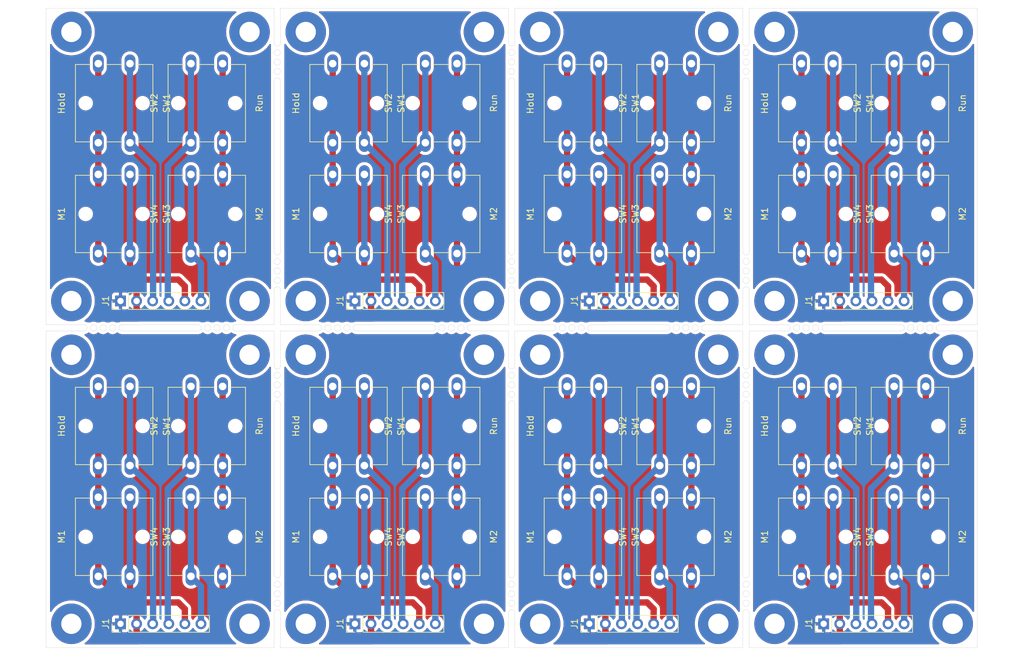
<source format=kicad_pcb>
(kicad_pcb (version 20240108) (generator "pcbnew") (generator_version "8.0")
  (layers (0 "F.Cu" signal) (31 "B.Cu" signal) (34 "B.Paste" user) (35 "F.Paste" user) (36 "B.SilkS" user "B.Silkscreen") (37 "F.SilkS" user "F.Silkscreen") (38 "B.Mask" user) (39 "F.Mask" user) (44 "Edge.Cuts" user))
  (net 0 "")
  (net 1 "+3.3V")
  (net 2 "GND")
  (net 3 "/M2")
  (net 4 "/Hold")
  (net 5 "/M1")
  (net 6 "/Run")
  (footprint "Button_Switch_THT:SW_SPST_Omron_B3F-40xx" (layer "F.Cu") (at 186.875 119.75 90)
    (property "Reference" "SW4")
    (property "Value" "M2")
  )
  (footprint "Button_Switch_THT:SW_SPST_Omron_B3F-40xx" (layer "F.Cu") (at 186.875 51.25 90)
    (property "Reference" "SW2")
    (property "Value" "Run")
  )
  (footprint "Button_Switch_THT:SW_SPST_Omron_B3F-40xx" (layer "F.Cu") (at 112.875 102.25 90)
    (property "Reference" "SW2")
    (property "Value" "Run")
  )
  (footprint "Button_Switch_THT:SW_SPST_Omron_B3F-40xx" (layer "F.Cu") (at 214.25 38.75 -90)
    (property "Reference" "SW1")
    (property "Value" "Hold")
  )
  (footprint "Button_Switch_THT:SW_SPST_Omron_B3F-40xx" (layer "F.Cu") (at 112.875 68.75 90)
    (property "Reference" "SW4")
    (property "Value" "M2")
  )
  (footprint "Connector_PinHeader_2.54mm:PinHeader_1x06_P2.54mm_Vertical" (layer "F.Cu") (at 138.755 127.25 90)
    (property "Reference" "J1")
    (property "Value" "Conn_01x06_Pin")
  )
  (footprint "MountingHole:MountingHole_3.2mm_M3_Pad" (layer "F.Cu") (at 159.125 33.75)
    (property "Reference" "REF**")
    (property "Value" "MountingHole_3.2mm_M3_Pad")
  )
  (footprint "Button_Switch_THT:SW_SPST_Omron_B3F-40xx" (layer "F.Cu") (at 177.25 89.75 -90)
    (property "Reference" "SW1")
    (property "Value" "Hold")
  )
  (footprint "MountingHole:MountingHole_3.2mm_M3_Pad" (layer "F.Cu") (at 122.125 33.75)
    (property "Reference" "REF**")
    (property "Value" "MountingHole_3.2mm_M3_Pad")
  )
  (footprint "Button_Switch_THT:SW_SPST_Omron_B3F-40xx" (layer "F.Cu") (at 223.875 102.25 90)
    (property "Reference" "SW2")
    (property "Value" "Run")
  )
  (footprint "Button_Switch_THT:SW_SPST_Omron_B3F-40xx" (layer "F.Cu") (at 214.25 56.25 -90)
    (property "Reference" "SW3")
    (property "Value" "M1")
  )
  (footprint "MountingHole:MountingHole_3.2mm_M3_Pad" (layer "F.Cu") (at 94 76.25)
    (property "Reference" "REF**")
    (property "Value" "MountingHole_3.2mm_M3_Pad")
  )
  (footprint "Button_Switch_THT:SW_SPST_Omron_B3F-40xx" (layer "F.Cu") (at 140.25 56.25 -90)
    (property "Reference" "SW3")
    (property "Value" "M1")
  )
  (footprint "MountingHole:MountingHole_3.2mm_M3_Pad" (layer "F.Cu") (at 159.125 76.25)
    (property "Reference" "REF**")
    (property "Value" "MountingHole_3.2mm_M3_Pad")
  )
  (footprint "MountingHole:MountingHole_3.2mm_M3_Pad" (layer "F.Cu") (at 168 127.25)
    (property "Reference" "REF**")
    (property "Value" "MountingHole_3.2mm_M3_Pad")
  )
  (footprint "MountingHole:MountingHole_3.2mm_M3_Pad" (layer "F.Cu") (at 94 33.75)
    (property "Reference" "REF**")
    (property "Value" "MountingHole_3.2mm_M3_Pad")
  )
  (footprint "Button_Switch_THT:SW_SPST_Omron_B3F-40xx" (layer "F.Cu") (at 223.875 119.75 90)
    (property "Reference" "SW4")
    (property "Value" "M2")
  )
  (footprint "MountingHole:MountingHole_3.2mm_M3_Pad" (layer "F.Cu") (at 94 127.25)
    (property "Reference" "REF**")
    (property "Value" "MountingHole_3.2mm_M3_Pad")
  )
  (footprint "MountingHole:MountingHole_3.2mm_M3_Pad" (layer "F.Cu") (at 122.125 84.75)
    (property "Reference" "REF**")
    (property "Value" "MountingHole_3.2mm_M3_Pad")
  )
  (footprint "MountingHole:MountingHole_3.2mm_M3_Pad" (layer "F.Cu") (at 233.125 76.25)
    (property "Reference" "REF**")
    (property "Value" "MountingHole_3.2mm_M3_Pad")
  )
  (footprint "MountingHole:MountingHole_3.2mm_M3_Pad" (layer "F.Cu") (at 168 84.75)
    (property "Reference" "REF**")
    (property "Value" "MountingHole_3.2mm_M3_Pad")
  )
  (footprint "Button_Switch_THT:SW_SPST_Omron_B3F-40xx" (layer "F.Cu") (at 214.25 107.25 -90)
    (property "Reference" "SW3")
    (property "Value" "M1")
  )
  (footprint "Button_Switch_THT:SW_SPST_Omron_B3F-40xx" (layer "F.Cu") (at 103.25 89.75 -90)
    (property "Reference" "SW1")
    (property "Value" "Hold")
  )
  (footprint "MountingHole:MountingHole_3.2mm_M3_Pad" (layer "F.Cu") (at 168 33.75)
    (property "Reference" "REF**")
    (property "Value" "MountingHole_3.2mm_M3_Pad")
  )
  (footprint "Button_Switch_THT:SW_SPST_Omron_B3F-40xx" (layer "F.Cu") (at 149.875 102.25 90)
    (property "Reference" "SW2")
    (property "Value" "Run")
  )
  (footprint "MountingHole:MountingHole_3.2mm_M3_Pad" (layer "F.Cu") (at 196.125 127.25)
    (property "Reference" "REF**")
    (property "Value" "MountingHole_3.2mm_M3_Pad")
  )
  (footprint "MountingHole:MountingHole_3.2mm_M3_Pad" (layer "F.Cu") (at 131 76.25)
    (property "Reference" "REF**")
    (property "Value" "MountingHole_3.2mm_M3_Pad")
  )
  (footprint "Connector_PinHeader_2.54mm:PinHeader_1x06_P2.54mm_Vertical" (layer "F.Cu") (at 212.755 127.25 90)
    (property "Reference" "J1")
    (property "Value" "Conn_01x06_Pin")
  )
  (footprint "Button_Switch_THT:SW_SPST_Omron_B3F-40xx" (layer "F.Cu") (at 112.875 119.75 90)
    (property "Reference" "SW4")
    (property "Value" "M2")
  )
  (footprint "MountingHole:MountingHole_3.2mm_M3_Pad" (layer "F.Cu") (at 159.125 127.25)
    (property "Reference" "REF**")
    (property "Value" "MountingHole_3.2mm_M3_Pad")
  )
  (footprint "MountingHole:MountingHole_3.2mm_M3_Pad" (layer "F.Cu") (at 233.125 33.75)
    (property "Reference" "REF**")
    (property "Value" "MountingHole_3.2mm_M3_Pad")
  )
  (footprint "Connector_PinHeader_2.54mm:PinHeader_1x06_P2.54mm_Vertical" (layer "F.Cu") (at 175.755 76.25 90)
    (property "Reference" "J1")
    (property "Value" "Conn_01x06_Pin")
  )
  (footprint "Connector_PinHeader_2.54mm:PinHeader_1x06_P2.54mm_Vertical" (layer "F.Cu") (at 101.755 76.25 90)
    (property "Reference" "J1")
    (property "Value" "Conn_01x06_Pin")
  )
  (footprint "MountingHole:MountingHole_3.2mm_M3_Pad" (layer "F.Cu") (at 122.125 76.25)
    (property "Reference" "REF**")
    (property "Value" "MountingHole_3.2mm_M3_Pad")
  )
  (footprint "MountingHole:MountingHole_3.2mm_M3_Pad" (layer "F.Cu") (at 196.125 76.25)
    (property "Reference" "REF**")
    (property "Value" "MountingHole_3.2mm_M3_Pad")
  )
  (footprint "MountingHole:MountingHole_3.2mm_M3_Pad" (layer "F.Cu") (at 205 127.25)
    (property "Reference" "REF**")
    (property "Value" "MountingHole_3.2mm_M3_Pad")
  )
  (footprint "Connector_PinHeader_2.54mm:PinHeader_1x06_P2.54mm_Vertical" (layer "F.Cu") (at 175.755 127.25 90)
    (property "Reference" "J1")
    (property "Value" "Conn_01x06_Pin")
  )
  (footprint "MountingHole:MountingHole_3.2mm_M3_Pad" (layer "F.Cu") (at 205 76.25)
    (property "Reference" "REF**")
    (property "Value" "MountingHole_3.2mm_M3_Pad")
  )
  (footprint "Button_Switch_THT:SW_SPST_Omron_B3F-40xx" (layer "F.Cu") (at 149.875 119.75 90)
    (property "Reference" "SW4")
    (property "Value" "M2")
  )
  (footprint "Connector_PinHeader_2.54mm:PinHeader_1x06_P2.54mm_Vertical" (layer "F.Cu") (at 101.755 127.25 90)
    (property "Reference" "J1")
    (property "Value" "Conn_01x06_Pin")
  )
  (footprint "Button_Switch_THT:SW_SPST_Omron_B3F-40xx" (layer "F.Cu") (at 223.875 51.25 90)
    (property "Reference" "SW2")
    (property "Value" "Run")
  )
  (footprint "Button_Switch_THT:SW_SPST_Omron_B3F-40xx" (layer "F.Cu") (at 177.25 56.25 -90)
    (property "Reference" "SW3")
    (property "Value" "M1")
  )
  (footprint "Button_Switch_THT:SW_SPST_Omron_B3F-40xx" (layer "F.Cu") (at 103.25 107.25 -90)
    (property "Reference" "SW3")
    (property "Value" "M1")
  )
  (footprint "Button_Switch_THT:SW_SPST_Omron_B3F-40xx" (layer "F.Cu") (at 140.25 38.75 -90)
    (property "Reference" "SW1")
    (property "Value" "Hold")
  )
  (footprint "MountingHole:MountingHole_3.2mm_M3_Pad" (layer "F.Cu") (at 94 84.75)
    (property "Reference" "REF**")
    (property "Value" "MountingHole_3.2mm_M3_Pad")
  )
  (footprint "MountingHole:MountingHole_3.2mm_M3_Pad" (layer "F.Cu") (at 131 84.75)
    (property "Reference" "REF**")
    (property "Value" "MountingHole_3.2mm_M3_Pad")
  )
  (footprint "Button_Switch_THT:SW_SPST_Omron_B3F-40xx" (layer "F.Cu") (at 186.875 68.75 90)
    (property "Reference" "SW4")
    (property "Value" "M2")
  )
  (footprint "Button_Switch_THT:SW_SPST_Omron_B3F-40xx" (layer "F.Cu") (at 177.25 38.75 -90)
    (property "Reference" "SW1")
    (property "Value" "Hold")
  )
  (footprint "MountingHole:MountingHole_3.2mm_M3_Pad" (layer "F.Cu") (at 205 33.75)
    (property "Reference" "REF**")
    (property "Value" "MountingHole_3.2mm_M3_Pad")
  )
  (footprint "Button_Switch_THT:SW_SPST_Omron_B3F-40xx" (layer "F.Cu") (at 112.875 51.25 90)
    (property "Reference" "SW2")
    (property "Value" "Run")
  )
  (footprint "MountingHole:MountingHole_3.2mm_M3_Pad" (layer "F.Cu") (at 196.125 84.75)
    (property "Reference" "REF**")
    (property "Value" "MountingHole_3.2mm_M3_Pad")
  )
  (footprint "MountingHole:MountingHole_3.2mm_M3_Pad" (layer "F.Cu") (at 131 33.75)
    (property "Reference" "REF**")
    (property "Value" "MountingHole_3.2mm_M3_Pad")
  )
  (footprint "Button_Switch_THT:SW_SPST_Omron_B3F-40xx" (layer "F.Cu") (at 140.25 89.75 -90)
    (property "Reference" "SW1")
    (property "Value" "Hold")
  )
  (footprint "MountingHole:MountingHole_3.2mm_M3_Pad" (layer "F.Cu") (at 196.125 33.75)
    (property "Reference" "REF**")
    (property "Value" "MountingHole_3.2mm_M3_Pad")
  )
  (footprint "MountingHole:MountingHole_3.2mm_M3_Pad" (layer "F.Cu") (at 131 127.25)
    (property "Reference" "REF**")
    (property "Value" "MountingHole_3.2mm_M3_Pad")
  )
  (footprint "Button_Switch_THT:SW_SPST_Omron_B3F-40xx" (layer "F.Cu") (at 149.875 68.75 90)
    (property "Reference" "SW4")
    (property "Value" "M2")
  )
  (footprint "Button_Switch_THT:SW_SPST_Omron_B3F-40xx" (layer "F.Cu") (at 214.25 89.75 -90)
    (property "Reference" "SW1")
    (property "Value" "Hold")
  )
  (footprint "MountingHole:MountingHole_3.2mm_M3_Pad" (layer "F.Cu") (at 168 76.25)
    (property "Reference" "REF**")
    (property "Value" "MountingHole_3.2mm_M3_Pad")
  )
  (footprint "Button_Switch_THT:SW_SPST_Omron_B3F-40xx" (layer "F.Cu") (at 149.875 51.25 90)
    (property "Reference" "SW2")
    (property "Value" "Run")
  )
  (footprint "Button_Switch_THT:SW_SPST_Omron_B3F-40xx" (layer "F.Cu") (at 103.25 38.75 -90)
    (property "Reference" "SW1")
    (property "Value" "Hold")
  )
  (footprint "Button_Switch_THT:SW_SPST_Omron_B3F-40xx" (layer "F.Cu") (at 186.875 102.25 90)
    (property "Reference" "SW2")
    (property "Value" "Run")
  )
  (footprint "MountingHole:MountingHole_3.2mm_M3_Pad" (layer "F.Cu") (at 122.125 127.25)
    (property "Reference" "REF**")
    (property "Value" "MountingHole_3.2mm_M3_Pad")
  )
  (footprint "Button_Switch_THT:SW_SPST_Omron_B3F-40xx" (layer "F.Cu") (at 177.25 107.25 -90)
    (property "Reference" "SW3")
    (property "Value" "M1")
  )
  (footprint "Button_Switch_THT:SW_SPST_Omron_B3F-40xx" (layer "F.Cu") (at 140.25 107.25 -90)
    (property "Reference" "SW3")
    (property "Value" "M1")
  )
  (footprint "Button_Switch_THT:SW_SPST_Omron_B3F-40xx" (layer "F.Cu") (at 103.25 56.25 -90)
    (property "Reference" "SW3")
    (property "Value" "M1")
  )
  (footprint "Connector_PinHeader_2.54mm:PinHeader_1x06_P2.54mm_Vertical" (layer "F.Cu") (at 138.755 76.25 90)
    (property "Reference" "J1")
    (property "Value" "Conn_01x06_Pin")
  )
  (footprint "MountingHole:MountingHole_3.2mm_M3_Pad" (layer "F.Cu") (at 233.125 127.25)
    (property "Reference" "REF**")
    (property "Value" "MountingHole_3.2mm_M3_Pad")
  )
  (footprint "Connector_PinHeader_2.54mm:PinHeader_1x06_P2.54mm_Vertical" (layer "F.Cu") (at 212.755 76.25 90)
    (property "Reference" "J1")
    (property "Value" "Conn_01x06_Pin")
  )
  (footprint "MountingHole:MountingHole_3.2mm_M3_Pad" (layer "F.Cu") (at 205 84.75)
    (property "Reference" "REF**")
    (property "Value" "MountingHole_3.2mm_M3_Pad")
  )
  (footprint "Button_Switch_THT:SW_SPST_Omron_B3F-40xx" (layer "F.Cu") (at 223.875 68.75 90)
    (property "Reference" "SW4")
    (property "Value" "M2")
  )
  (footprint "MountingHole:MountingHole_3.2mm_M3_Pad" (layer "F.Cu") (at 159.125 84.75)
    (property "Reference" "REF**")
    (property "Value" "MountingHole_3.2mm_M3_Pad")
  )
  (footprint "MountingHole:MountingHole_3.2mm_M3_Pad" (layer "F.Cu") (at 233.125 84.75)
    (property "Reference" "REF**")
    (property "Value" "MountingHole_3.2mm_M3_Pad")
  )
  (gr_arc (start 133 80) (mid 133.5 80.5) (end 133 81) (stroke (width 0.05)) (layer "Edge.Cuts"))
  (gr_circle (center 200.5 73) (end 201 73) (stroke (width 0.05)) (fill none) (layer "Edge.Cuts"))
  (gr_line (start 164 125.5) (end 164 131) (stroke (width 0.05)) (layer "Edge.Cuts"))
  (gr_arc (start 164 119.5) (mid 163.5 120) (end 163 119.5) (stroke (width 0.05)) (layer "Edge.Cuts"))
  (gr_circle (center 171.5 80.5) (end 172 80.5) (stroke (width 0.05)) (fill none) (layer "Edge.Cuts"))
  (gr_line (start 127 35.5) (end 127 30) (stroke (width 0.05)) (layer "Edge.Cuts"))
  (gr_circle (center 163.5 91) (end 164 91) (stroke (width 0.05)) (fill none) (layer "Edge.Cuts"))
  (gr_circle (center 136 80.5) (end 136.5 80.5) (stroke (width 0.05)) (fill none) (layer "Edge.Cuts"))
  (gr_arc (start 127 68.5) (mid 126.5 69) (end 126 68.5) (stroke (width 0.05)) (layer "Edge.Cuts"))
  (gr_circle (center 163.5 88) (end 164 88) (stroke (width 0.05)) (fill none) (layer "Edge.Cuts"))
  (gr_circle (center 126.5 122.5) (end 127 122.5) (stroke (width 0.05)) (fill none) (layer "Edge.Cuts"))
  (gr_line (start 126 41.5) (end 126 68.5) (stroke (width 0.05)) (layer "Edge.Cuts"))
  (gr_arc (start 127 86.5) (mid 126.5 87) (end 126 86.5) (stroke (width 0.05)) (layer "Edge.Cuts"))
  (gr_circle (center 163.5 121) (end 164 121) (stroke (width 0.05)) (fill none) (layer "Edge.Cuts"))
  (gr_arc (start 127 119.5) (mid 126.5 120) (end 126 119.5) (stroke (width 0.05)) (layer "Edge.Cuts"))
  (gr_line (start 225 80) (end 213 80) (stroke (width 0.05)) (layer "Edge.Cuts"))
  (gr_arc (start 151 80) (mid 151.5 80.5) (end 151 81) (stroke (width 0.05)) (layer "Edge.Cuts"))
  (gr_arc (start 126 92.5) (mid 126.5 92) (end 127 92.5) (stroke (width 0.05)) (layer "Edge.Cuts"))
  (gr_line (start 231 81) (end 237 81) (stroke (width 0.05)) (layer "Edge.Cuts"))
  (gr_circle (center 200.5 121) (end 201 121) (stroke (width 0.05)) (fill none) (layer "Edge.Cuts"))
  (gr_line (start 200 131) (end 200 125.5) (stroke (width 0.05)) (layer "Edge.Cuts"))
  (gr_arc (start 201 119.5) (mid 200.5 120) (end 200 119.5) (stroke (width 0.05)) (layer "Edge.Cuts"))
  (gr_circle (center 211.5 80.5) (end 212 80.5) (stroke (width 0.05)) (fill none) (layer "Edge.Cuts"))
  (gr_line (start 200 86.5) (end 200 81) (stroke (width 0.05)) (layer "Edge.Cuts"))
  (gr_arc (start 164 86.5) (mid 163.5 87) (end 163 86.5) (stroke (width 0.05)) (layer "Edge.Cuts"))
  (gr_line (start 200 80) (end 200 74.5) (stroke (width 0.05)) (layer "Edge.Cuts"))
  (gr_arc (start 200 74.5) (mid 200.5 74) (end 201 74.5) (stroke (width 0.05)) (layer "Edge.Cuts"))
  (gr_line (start 201 68.5) (end 201 41.5) (stroke (width 0.05)) (layer "Edge.Cuts"))
  (gr_circle (center 126.5 70) (end 127 70) (stroke (width 0.05)) (fill none) (layer "Edge.Cuts"))
  (gr_arc (start 163 92.5) (mid 163.5 92) (end 164 92.5) (stroke (width 0.05)) (layer "Edge.Cuts"))
  (gr_arc (start 176 81) (mid 175.5 80.5) (end 176 80) (stroke (width 0.05)) (layer "Edge.Cuts"))
  (gr_line (start 170 81) (end 164 81) (stroke (width 0.05)) (layer "Edge.Cuts"))
  (gr_line (start 164 119.5) (end 164 92.5) (stroke (width 0.05)) (layer "Edge.Cuts"))
  (gr_line (start 194 81) (end 200 81) (stroke (width 0.05)) (layer "Edge.Cuts"))
  (gr_circle (center 126.5 89.5) (end 127 89.5) (stroke (width 0.05)) (fill none) (layer "Edge.Cuts"))
  (gr_arc (start 163 74.5) (mid 163.5 74) (end 164 74.5) (stroke (width 0.05)) (layer "Edge.Cuts"))
  (gr_circle (center 97.5 80.5) (end 98 80.5) (stroke (width 0.05)) (fill none) (layer "Edge.Cuts"))
  (gr_arc (start 120 81) (mid 119.5 80.5) (end 120 80) (stroke (width 0.05)) (layer "Edge.Cuts"))
  (gr_circle (center 192.5 80.5) (end 192 80.5) (stroke (width 0.05)) (fill none) (layer "Edge.Cuts"))
  (gr_circle (center 200.5 124) (end 201 124) (stroke (width 0.05)) (fill none) (layer "Edge.Cuts"))
  (gr_circle (center 134.5 80.5) (end 135 80.5) (stroke (width 0.05)) (fill none) (layer "Edge.Cuts"))
  (gr_circle (center 208.5 80.5) (end 209 80.5) (stroke (width 0.05)) (fill none) (layer "Edge.Cuts"))
  (gr_circle (center 200.5 91) (end 201 91) (stroke (width 0.05)) (fill none) (layer "Edge.Cuts"))
  (gr_arc (start 164 35.5) (mid 163.5 36) (end 163 35.5) (stroke (width 0.05)) (layer "Edge.Cuts"))
  (gr_arc (start 231 81) (mid 230.5 80.5) (end 231 80) (stroke (width 0.05)) (layer "Edge.Cuts"))
  (gr_line (start 90 81) (end 90 131) (stroke (width 0.05)) (layer "Edge.Cuts"))
  (gr_circle (center 200.5 89.5) (end 201 89.5) (stroke (width 0.05)) (fill none) (layer "Edge.Cuts"))
  (gr_circle (center 163.5 40) (end 164 40) (stroke (width 0.05)) (fill none) (layer "Edge.Cuts"))
  (gr_circle (center 200.5 70) (end 201 70) (stroke (width 0.05)) (fill none) (layer "Edge.Cuts"))
  (gr_line (start 237 80) (end 237 30) (stroke (width 0.05)) (layer "Edge.Cuts"))
  (gr_arc (start 207 80) (mid 207.5 80.5) (end 207 81) (stroke (width 0.05)) (layer "Edge.Cuts"))
  (gr_line (start 164 74.5) (end 164 80) (stroke (width 0.05)) (layer "Edge.Cuts"))
  (gr_line (start 176 81) (end 188 81) (stroke (width 0.05)) (layer "Edge.Cuts"))
  (gr_circle (center 189.5 80.5) (end 189 80.5) (stroke (width 0.05)) (fill none) (layer "Edge.Cuts"))
  (gr_circle (center 99 80.5) (end 99.5 80.5) (stroke (width 0.05)) (fill none) (layer "Edge.Cuts"))
  (gr_line (start 102 81) (end 114 81) (stroke (width 0.05)) (layer "Edge.Cuts"))
  (gr_circle (center 191 80.5) (end 190.5 80.5) (stroke (width 0.05)) (fill none) (layer "Edge.Cuts"))
  (gr_line (start 237 30) (end 201 30) (stroke (width 0.05)) (layer "Edge.Cuts"))
  (gr_circle (center 163.5 70) (end 164 70) (stroke (width 0.05)) (fill none) (layer "Edge.Cuts"))
  (gr_line (start 188 80) (end 176 80) (stroke (width 0.05)) (layer "Edge.Cuts"))
  (gr_line (start 201 119.5) (end 201 92.5) (stroke (width 0.05)) (layer "Edge.Cuts"))
  (gr_circle (center 126.5 71.5) (end 127 71.5) (stroke (width 0.05)) (fill none) (layer "Edge.Cuts"))
  (gr_circle (center 163.5 73) (end 164 73) (stroke (width 0.05)) (fill none) (layer "Edge.Cuts"))
  (gr_line (start 194 80) (end 200 80) (stroke (width 0.05)) (layer "Edge.Cuts"))
  (gr_line (start 164 86.5) (end 164 81) (stroke (width 0.05)) (layer "Edge.Cuts"))
  (gr_arc (start 201 86.5) (mid 200.5 87) (end 200 86.5) (stroke (width 0.05)) (layer "Edge.Cuts"))
  (gr_line (start 163 30) (end 127 30) (stroke (width 0.05)) (layer "Edge.Cuts"))
  (gr_arc (start 114 80) (mid 114.5 80.5) (end 114 81) (stroke (width 0.05)) (layer "Edge.Cuts"))
  (gr_circle (center 100.5 80.5) (end 101 80.5) (stroke (width 0.05)) (fill none) (layer "Edge.Cuts"))
  (gr_arc (start 157 81) (mid 156.5 80.5) (end 157 80) (stroke (width 0.05)) (layer "Edge.Cuts"))
  (gr_line (start 231 80) (end 237 80) (stroke (width 0.05)) (layer "Edge.Cuts"))
  (gr_circle (center 163.5 122.5) (end 164 122.5) (stroke (width 0.05)) (fill none) (layer "Edge.Cuts"))
  (gr_line (start 163 92.5) (end 163 119.5) (stroke (width 0.05)) (layer "Edge.Cuts"))
  (gr_line (start 207 81) (end 201 81) (stroke (width 0.05)) (layer "Edge.Cuts"))
  (gr_circle (center 163.5 89.5) (end 164 89.5) (stroke (width 0.05)) (fill none) (layer "Edge.Cuts"))
  (gr_circle (center 229.5 80.5) (end 229 80.5) (stroke (width 0.05)) (fill none) (layer "Edge.Cuts"))
  (gr_line (start 127 74.5) (end 127 80) (stroke (width 0.05)) (layer "Edge.Cuts"))
  (gr_line (start 163 131) (end 163 125.5) (stroke (width 0.05)) (layer "Edge.Cuts"))
  (gr_circle (center 200.5 38.5) (end 201 38.5) (stroke (width 0.05)) (fill none) (layer "Edge.Cuts"))
  (gr_arc (start 102 81) (mid 101.5 80.5) (end 102 80) (stroke (width 0.05)) (layer "Edge.Cuts"))
  (gr_arc (start 127 35.5) (mid 126.5 36) (end 126 35.5) (stroke (width 0.05)) (layer "Edge.Cuts"))
  (gr_circle (center 126.5 40) (end 127 40) (stroke (width 0.05)) (fill none) (layer "Edge.Cuts"))
  (gr_circle (center 126.5 88) (end 127 88) (stroke (width 0.05)) (fill none) (layer "Edge.Cuts"))
  (gr_circle (center 126.5 121) (end 127 121) (stroke (width 0.05)) (fill none) (layer "Edge.Cuts"))
  (gr_circle (center 200.5 37) (end 201 37) (stroke (width 0.05)) (fill none) (layer "Edge.Cuts"))
  (gr_line (start 126 30) (end 90 30) (stroke (width 0.05)) (layer "Edge.Cuts"))
  (gr_line (start 201 35.5) (end 201 30) (stroke (width 0.05)) (layer "Edge.Cuts"))
  (gr_circle (center 226.5 80.5) (end 226 80.5) (stroke (width 0.05)) (fill none) (layer "Edge.Cuts"))
  (gr_arc (start 200 125.5) (mid 200.5 125) (end 201 125.5) (stroke (width 0.05)) (layer "Edge.Cuts"))
  (gr_line (start 207 80) (end 201 80) (stroke (width 0.05)) (layer "Edge.Cuts"))
  (gr_circle (center 152.5 80.5) (end 152 80.5) (stroke (width 0.05)) (fill none) (layer "Edge.Cuts"))
  (gr_line (start 163 80) (end 163 74.5) (stroke (width 0.05)) (layer "Edge.Cuts"))
  (gr_line (start 201 86.5) (end 201 81) (stroke (width 0.05)) (layer "Edge.Cuts"))
  (gr_circle (center 137.5 80.5) (end 138 80.5) (stroke (width 0.05)) (fill none) (layer "Edge.Cuts"))
  (gr_line (start 163 35.5) (end 163 30) (stroke (width 0.05)) (layer "Edge.Cuts"))
  (gr_line (start 127 119.5) (end 127 92.5) (stroke (width 0.05)) (layer "Edge.Cuts"))
  (gr_arc (start 170 80) (mid 170.5 80.5) (end 170 81) (stroke (width 0.05)) (layer "Edge.Cuts"))
  (gr_line (start 164 131) (end 200 131) (stroke (width 0.05)) (layer "Edge.Cuts"))
  (gr_arc (start 164 68.5) (mid 163.5 69) (end 163 68.5) (stroke (width 0.05)) (layer "Edge.Cuts"))
  (gr_circle (center 173 80.5) (end 173.5 80.5) (stroke (width 0.05)) (fill none) (layer "Edge.Cuts"))
  (gr_line (start 213 81) (end 225 81) (stroke (width 0.05)) (layer "Edge.Cuts"))
  (gr_line (start 126 92.5) (end 126 119.5) (stroke (width 0.05)) (layer "Edge.Cuts"))
  (gr_line (start 90 30) (end 90 80) (stroke (width 0.05)) (layer "Edge.Cuts"))
  (gr_arc (start 139 81) (mid 138.5 80.5) (end 139 80) (stroke (width 0.05)) (layer "Edge.Cuts"))
  (gr_line (start 201 74.5) (end 201 80) (stroke (width 0.05)) (layer "Edge.Cuts"))
  (gr_line (start 126 80) (end 126 74.5) (stroke (width 0.05)) (layer "Edge.Cuts"))
  (gr_arc (start 201 68.5) (mid 200.5 69) (end 200 68.5) (stroke (width 0.05)) (layer "Edge.Cuts"))
  (gr_circle (center 154 80.5) (end 153.5 80.5) (stroke (width 0.05)) (fill none) (layer "Edge.Cuts"))
  (gr_circle (center 126.5 37) (end 127 37) (stroke (width 0.05)) (fill none) (layer "Edge.Cuts"))
  (gr_line (start 237 131) (end 237 81) (stroke (width 0.05)) (layer "Edge.Cuts"))
  (gr_arc (start 188 80) (mid 188.5 80.5) (end 188 81) (stroke (width 0.05)) (layer "Edge.Cuts"))
  (gr_line (start 201 125.5) (end 201 131) (stroke (width 0.05)) (layer "Edge.Cuts"))
  (gr_line (start 114 80) (end 102 80) (stroke (width 0.05)) (layer "Edge.Cuts"))
  (gr_circle (center 200.5 71.5) (end 201 71.5) (stroke (width 0.05)) (fill none) (layer "Edge.Cuts"))
  (gr_line (start 133 81) (end 127 81) (stroke (width 0.05)) (layer "Edge.Cuts"))
  (gr_line (start 151 80) (end 139 80) (stroke (width 0.05)) (layer "Edge.Cuts"))
  (gr_circle (center 126.5 73) (end 127 73) (stroke (width 0.05)) (fill none) (layer "Edge.Cuts"))
  (gr_arc (start 96 80) (mid 96.5 80.5) (end 96 81) (stroke (width 0.05)) (layer "Edge.Cuts"))
  (gr_line (start 127 86.5) (end 127 81) (stroke (width 0.05)) (layer "Edge.Cuts"))
  (gr_line (start 133 80) (end 127 80) (stroke (width 0.05)) (layer "Edge.Cuts"))
  (gr_line (start 164 35.5) (end 164 30) (stroke (width 0.05)) (layer "Edge.Cuts"))
  (gr_circle (center 126.5 91) (end 127 91) (stroke (width 0.05)) (fill none) (layer "Edge.Cuts"))
  (gr_line (start 200 92.5) (end 200 119.5) (stroke (width 0.05)) (layer "Edge.Cuts"))
  (gr_circle (center 163.5 71.5) (end 164 71.5) (stroke (width 0.05)) (fill none) (layer "Edge.Cuts"))
  (gr_circle (center 200.5 88) (end 201 88) (stroke (width 0.05)) (fill none) (layer "Edge.Cuts"))
  (gr_arc (start 126 125.5) (mid 126.5 125) (end 127 125.5) (stroke (width 0.05)) (layer "Edge.Cuts"))
  (gr_circle (center 163.5 37) (end 164 37) (stroke (width 0.05)) (fill none) (layer "Edge.Cuts"))
  (gr_line (start 157 80) (end 163 80) (stroke (width 0.05)) (layer "Edge.Cuts"))
  (gr_circle (center 200.5 40) (end 201 40) (stroke (width 0.05)) (fill none) (layer "Edge.Cuts"))
  (gr_circle (center 228 80.5) (end 227.5 80.5) (stroke (width 0.05)) (fill none) (layer "Edge.Cuts"))
  (gr_line (start 139 81) (end 151 81) (stroke (width 0.05)) (layer "Edge.Cuts"))
  (gr_circle (center 200.5 122.5) (end 201 122.5) (stroke (width 0.05)) (fill none) (layer "Edge.Cuts"))
  (gr_circle (center 163.5 38.5) (end 164 38.5) (stroke (width 0.05)) (fill none) (layer "Edge.Cuts"))
  (gr_circle (center 155.5 80.5) (end 155 80.5) (stroke (width 0.05)) (fill none) (layer "Edge.Cuts"))
  (gr_line (start 127 131) (end 163 131) (stroke (width 0.05)) (layer "Edge.Cuts"))
  (gr_line (start 200 41.5) (end 200 68.5) (stroke (width 0.05)) (layer "Edge.Cuts"))
  (gr_line (start 96 80) (end 90 80) (stroke (width 0.05)) (layer "Edge.Cuts"))
  (gr_line (start 96 81) (end 90 81) (stroke (width 0.05)) (layer "Edge.Cuts"))
  (gr_circle (center 115.5 80.5) (end 115 80.5) (stroke (width 0.05)) (fill none) (layer "Edge.Cuts"))
  (gr_line (start 120 80) (end 126 80) (stroke (width 0.05)) (layer "Edge.Cuts"))
  (gr_arc (start 194 81) (mid 193.5 80.5) (end 194 80) (stroke (width 0.05)) (layer "Edge.Cuts"))
  (gr_circle (center 126.5 124) (end 127 124) (stroke (width 0.05)) (fill none) (layer "Edge.Cuts"))
  (gr_line (start 127 68.5) (end 127 41.5) (stroke (width 0.05)) (layer "Edge.Cuts"))
  (gr_line (start 164 68.5) (end 164 41.5) (stroke (width 0.05)) (layer "Edge.Cuts"))
  (gr_line (start 163 86.5) (end 163 81) (stroke (width 0.05)) (layer "Edge.Cuts"))
  (gr_arc (start 126 74.5) (mid 126.5 74) (end 127 74.5) (stroke (width 0.05)) (layer "Edge.Cuts"))
  (gr_line (start 126 35.5) (end 126 30) (stroke (width 0.05)) (layer "Edge.Cuts"))
  (gr_arc (start 200 41.5) (mid 200.5 41) (end 201 41.5) (stroke (width 0.05)) (layer "Edge.Cuts"))
  (gr_arc (start 126 41.5) (mid 126.5 41) (end 127 41.5) (stroke (width 0.05)) (layer "Edge.Cuts"))
  (gr_line (start 157 81) (end 163 81) (stroke (width 0.05)) (layer "Edge.Cuts"))
  (gr_line (start 170 80) (end 164 80) (stroke (width 0.05)) (layer "Edge.Cuts"))
  (gr_circle (center 210 80.5) (end 210.5 80.5) (stroke (width 0.05)) (fill none) (layer "Edge.Cuts"))
  (gr_arc (start 225 80) (mid 225.5 80.5) (end 225 81) (stroke (width 0.05)) (layer "Edge.Cuts"))
  (gr_line (start 126 131) (end 126 125.5) (stroke (width 0.05)) (layer "Edge.Cuts"))
  (gr_line (start 90 131) (end 126 131) (stroke (width 0.05)) (layer "Edge.Cuts"))
  (gr_arc (start 200 92.5) (mid 200.5 92) (end 201 92.5) (stroke (width 0.05)) (layer "Edge.Cuts"))
  (gr_circle (center 118.5 80.5) (end 118 80.5) (stroke (width 0.05)) (fill none) (layer "Edge.Cuts"))
  (gr_line (start 163 41.5) (end 163 68.5) (stroke (width 0.05)) (layer "Edge.Cuts"))
  (gr_circle (center 126.5 38.5) (end 127 38.5) (stroke (width 0.05)) (fill none) (layer "Edge.Cuts"))
  (gr_arc (start 163 125.5) (mid 163.5 125) (end 164 125.5) (stroke (width 0.05)) (layer "Edge.Cuts"))
  (gr_circle (center 163.5 124) (end 164 124) (stroke (width 0.05)) (fill none) (layer "Edge.Cuts"))
  (gr_line (start 200 35.5) (end 200 30) (stroke (width 0.05)) (layer "Edge.Cuts"))
  (gr_line (start 201 131) (end 237 131) (stroke (width 0.05)) (layer "Edge.Cuts"))
  (gr_line (start 120 81) (end 126 81) (stroke (width 0.05)) (layer "Edge.Cuts"))
  (gr_line (start 200 30) (end 164 30) (stroke (width 0.05)) (layer "Edge.Cuts"))
  (gr_arc (start 163 41.5) (mid 163.5 41) (end 164 41.5) (stroke (width 0.05)) (layer "Edge.Cuts"))
  (gr_line (start 126 86.5) (end 126 81) (stroke (width 0.05)) (layer "Edge.Cuts"))
  (gr_circle (center 117 80.5) (end 116.5 80.5) (stroke (width 0.05)) (fill none) (layer "Edge.Cuts"))
  (gr_arc (start 201 35.5) (mid 200.5 36) (end 200 35.5) (stroke (width 0.05)) (layer "Edge.Cuts"))
  (gr_circle (center 174.5 80.5) (end 175 80.5) (stroke (width 0.05)) (fill none) (layer "Edge.Cuts"))
  (gr_line (start 127 125.5) (end 127 131) (stroke (width 0.05)) (layer "Edge.Cuts"))
  (gr_arc (start 213 81) (mid 212.5 80.5) (end 213 80) (stroke (width 0.05)) (layer "Edge.Cuts"))
  (segment (start 172.25 119.75) (end 172.25 107.25) (width 1) (layer "F.Cu") (net 1))
  (segment (start 105.25 129.5) (end 115.375 129.5) (width 1) (layer "F.Cu") (net 1))
  (segment (start 191.875 119.75) (end 191.875 107.25) (width 1) (layer "F.Cu") (net 1))
  (segment (start 172.25 51.25) (end 172.25 38.75) (width 1) (layer "F.Cu") (net 1))
  (segment (start 215.295 127.25) (end 215.295 125.795) (width 1) (layer "F.Cu") (net 1))
  (segment (start 141.295 77.545) (end 142.25 78.5) (width 1) (layer "F.Cu") (net 1))
  (segment (start 215.295 128.545) (end 216.25 129.5) (width 1) (layer "F.Cu") (net 1))
  (segment (start 215.295 125.795) (end 209.25 119.75) (width 1) (layer "F.Cu") (net 1))
  (segment (start 154.875 127) (end 154.875 119.75) (width 1) (layer "F.Cu") (net 1))
  (segment (start 117.875 76) (end 117.875 68.75) (width 1) (layer "F.Cu") (net 1))
  (segment (start 191.875 56.25) (end 191.875 51.25) (width 1) (layer "F.Cu") (net 1))
  (segment (start 104.295 125.795) (end 98.25 119.75) (width 1) (layer "F.Cu") (net 1))
  (segment (start 135.25 56.25) (end 135.25 51.25) (width 1) (layer "F.Cu") (net 1))
  (segment (start 135.25 68.75) (end 135.25 56.25) (width 1) (layer "F.Cu") (net 1))
  (segment (start 105.25 78.5) (end 115.375 78.5) (width 1) (layer "F.Cu") (net 1))
  (segment (start 141.295 76.25) (end 141.295 74.795) (width 1) (layer "F.Cu") (net 1))
  (segment (start 98.25 102.25) (end 98.25 89.75) (width 1) (layer "F.Cu") (net 1))
  (segment (start 154.875 119.75) (end 154.875 107.25) (width 1) (layer "F.Cu") (net 1))
  (segment (start 178.295 125.795) (end 172.25 119.75) (width 1) (layer "F.Cu") (net 1))
  (segment (start 104.295 76.25) (end 104.295 74.795) (width 1) (layer "F.Cu") (net 1))
  (segment (start 141.295 125.795) (end 135.25 119.75) (width 1) (layer "F.Cu") (net 1))
  (segment (start 135.25 102.25) (end 135.25 89.75) (width 1) (layer "F.Cu") (net 1))
  (segment (start 215.295 77.545) (end 216.25 78.5) (width 1) (layer "F.Cu") (net 1))
  (segment (start 209.25 119.75) (end 209.25 107.25) (width 1) (layer "F.Cu") (net 1))
  (segment (start 172.25 68.75) (end 172.25 56.25) (width 1) (layer "F.Cu") (net 1))
  (segment (start 104.295 77.545) (end 105.25 78.5) (width 1) (layer "F.Cu") (net 1))
  (segment (start 172.25 56.25) (end 172.25 51.25) (width 1) (layer "F.Cu") (net 1))
  (segment (start 117.875 107.25) (end 117.875 102.25) (width 1) (layer "F.Cu") (net 1))
  (segment (start 215.295 76.25) (end 215.295 77.545) (width 1) (layer "F.Cu") (net 1))
  (segment (start 228.875 68.75) (end 228.875 56.25) (width 1) (layer "F.Cu") (net 1))
  (segment (start 135.25 107.25) (end 135.25 102.25) (width 1) (layer "F.Cu") (net 1))
  (segment (start 141.295 76.25) (end 141.295 77.545) (width 1) (layer "F.Cu") (net 1))
  (segment (start 215.295 76.25) (end 215.295 74.795) (width 1) (layer "F.Cu") (net 1))
  (segment (start 215.295 127.25) (end 215.295 128.545) (width 1) (layer "F.Cu") (net 1))
  (segment (start 117.875 56.25) (end 117.875 51.25) (width 1) (layer "F.Cu") (net 1))
  (segment (start 135.25 51.25) (end 135.25 38.75) (width 1) (layer "F.Cu") (net 1))
  (segment (start 117.875 127) (end 117.875 119.75) (width 1) (layer "F.Cu") (net 1))
  (segment (start 215.295 74.795) (end 209.25 68.75) (width 1) (layer "F.Cu") (net 1))
  (segment (start 189.375 129.5) (end 191.875 127) (width 1) (layer "F.Cu") (net 1))
  (segment (start 228.875 76) (end 228.875 68.75) (width 1) (layer "F.Cu") (net 1))
  (segment (start 141.295 127.25) (end 141.295 128.545) (width 1) (layer "F.Cu") (net 1))
  (segment (start 191.875 68.75) (end 191.875 56.25) (width 1) (layer "F.Cu") (net 1))
  (segment (start 209.25 68.75) (end 209.25 56.25) (width 1) (layer "F.Cu") (net 1))
  (segment (start 179.25 129.5) (end 189.375 129.5) (width 1) (layer "F.Cu") (net 1))
  (segment (start 172.25 107.25) (end 172.25 102.25) (width 1) (layer "F.Cu") (net 1))
  (segment (start 226.375 129.5) (end 228.875 127) (width 1) (layer "F.Cu") (net 1))
  (segment (start 154.875 51.25) (end 154.875 38.75) (width 1) (layer "F.Cu") (net 1))
  (segment (start 154.875 76) (end 154.875 68.75) (width 1) (layer "F.Cu") (net 1))
  (segment (start 228.875 127) (end 228.875 119.75) (width 1) (layer "F.Cu") (net 1))
  (segment (start 98.25 107.25) (end 98.25 102.25) (width 1) (layer "F.Cu") (net 1))
  (segment (start 228.875 51.25) (end 228.875 38.75) (width 1) (layer "F.Cu") (net 1))
  (segment (start 226.375 78.5) (end 228.875 76) (width 1) (layer "F.Cu") (net 1))
  (segment (start 104.295 128.545) (end 105.25 129.5) (width 1) (layer "F.Cu") (net 1))
  (segment (start 191.875 76) (end 191.875 68.75) (width 1) (layer "F.Cu") (net 1))
  (segment (start 117.875 119.75) (end 117.875 107.25) (width 1) (layer "F.Cu") (net 1))
  (segment (start 178.295 76.25) (end 178.295 74.795) (width 1) (layer "F.Cu") (net 1))
  (segment (start 228.875 102.25) (end 228.875 89.75) (width 1) (layer "F.Cu") (net 1))
  (segment (start 98.25 68.75) (end 98.25 56.25) (width 1) (layer "F.Cu") (net 1))
  (segment (start 228.875 56.25) (end 228.875 51.25) (width 1) (layer "F.Cu") (net 1))
  (segment (start 191.875 107.25) (end 191.875 102.25) (width 1) (layer "F.Cu") (net 1))
  (segment (start 209.25 56.25) (end 209.25 51.25) (width 1) (layer "F.Cu") (net 1))
  (segment (start 141.295 74.795) (end 135.25 68.75) (width 1) (layer "F.Cu") (net 1))
  (segment (start 141.295 128.545) (end 142.25 129.5) (width 1) (layer "F.Cu") (net 1))
  (segment (start 178.295 128.545) (end 179.25 129.5) (width 1) (layer "F.Cu") (net 1))
  (segment (start 104.295 74.795) (end 98.25 68.75) (width 1) (layer "F.Cu") (net 1))
  (segment (start 178.295 127.25) (end 178.295 128.545) (width 1) (layer "F.Cu") (net 1))
  (segment (start 191.875 102.25) (end 191.875 89.75) (width 1) (layer "F.Cu") (net 1))
  (segment (start 152.375 78.5) (end 154.875 76) (width 1) (layer "F.Cu") (net 1))
  (segment (start 135.25 119.75) (end 135.25 107.25) (width 1) (layer "F.Cu") (net 1))
  (segment (start 172.25 102.25) (end 172.25 89.75) (width 1) (layer "F.Cu") (net 1))
  (segment (start 117.875 68.75) (end 117.875 56.25) (width 1) (layer "F.Cu") (net 1))
  (segment (start 178.295 77.545) (end 179.25 78.5) (width 1) (layer "F.Cu") (net 1))
  (segment (start 216.25 129.5) (end 226.375 129.5) (width 1) (layer "F.Cu") (net 1))
  (segment (start 142.25 78.5) (end 152.375 78.5) (width 1) (layer "F.Cu") (net 1))
  (segment (start 154.875 56.25) (end 154.875 51.25) (width 1) (layer "F.Cu") (net 1))
  (segment (start 115.375 78.5) (end 117.875 76) (width 1) (layer "F.Cu") (net 1))
  (segment (start 98.25 119.75) (end 98.25 107.25) (width 1) (layer "F.Cu") (net 1))
  (segment (start 154.875 68.75) (end 154.875 56.25) (width 1) (layer "F.Cu") (net 1))
  (segment (start 117.875 51.25) (end 117.875 38.75) (width 1) (layer "F.Cu") (net 1))
  (segment (start 178.295 76.25) (end 178.295 77.545) (width 1) (layer "F.Cu") (net 1))
  (segment (start 178.295 127.25) (end 178.295 125.795) (width 1) (layer "F.Cu") (net 1))
  (segment (start 191.875 127) (end 191.875 119.75) (width 1) (layer "F.Cu") (net 1))
  (segment (start 104.295 127.25) (end 104.295 125.795) (width 1) (layer "F.Cu") (net 1))
  (segment (start 209.25 51.25) (end 209.25 38.75) (width 1) (layer "F.Cu") (net 1))
  (segment (start 216.25 78.5) (end 226.375 78.5) (width 1) (layer "F.Cu") (net 1))
  (segment (start 209.25 107.25) (end 209.25 102.25) (width 1) (layer "F.Cu") (net 1))
  (segment (start 209.25 102.25) (end 209.25 89.75) (width 1) (layer "F.Cu") (net 1))
  (segment (start 179.25 78.5) (end 189.375 78.5) (width 1) (layer "F.Cu") (net 1))
  (segment (start 154.875 107.25) (end 154.875 102.25) (width 1) (layer "F.Cu") (net 1))
  (segment (start 189.375 78.5) (end 191.875 76) (width 1) (layer "F.Cu") (net 1))
  (segment (start 142.25 129.5) (end 152.375 129.5) (width 1) (layer "F.Cu") (net 1))
  (segment (start 104.295 127.25) (end 104.295 128.545) (width 1) (layer "F.Cu") (net 1))
  (segment (start 228.875 119.75) (end 228.875 107.25) (width 1) (layer "F.Cu") (net 1))
  (segment (start 141.295 127.25) (end 141.295 125.795) (width 1) (layer "F.Cu") (net 1))
  (segment (start 117.875 102.25) (end 117.875 89.75) (width 1) (layer "F.Cu") (net 1))
  (segment (start 115.375 129.5) (end 117.875 127) (width 1) (layer "F.Cu") (net 1))
  (segment (start 152.375 129.5) (end 154.875 127) (width 1) (layer "F.Cu") (net 1))
  (segment (start 178.295 74.795) (end 172.25 68.75) (width 1) (layer "F.Cu") (net 1))
  (segment (start 104.295 76.25) (end 104.295 77.545) (width 1) (layer "F.Cu") (net 1))
  (segment (start 228.875 107.25) (end 228.875 102.25) (width 1) (layer "F.Cu") (net 1))
  (segment (start 98.25 56.25) (end 98.25 51.25) (width 1) (layer "F.Cu") (net 1))
  (segment (start 98.25 51.25) (end 98.25 38.75) (width 1) (layer "F.Cu") (net 1))
  (segment (start 191.875 51.25) (end 191.875 38.75) (width 1) (layer "F.Cu") (net 1))
  (segment (start 154.875 102.25) (end 154.875 89.75) (width 1) (layer "F.Cu") (net 1))
  (segment (start 188.455 70.33) (end 186.875 68.75) (width 1) (layer "B.Cu") (net 3))
  (segment (start 151.455 121.33) (end 149.875 119.75) (width 1) (layer "B.Cu") (net 3))
  (segment (start 114.455 121.33) (end 112.875 119.75) (width 1) (layer "B.Cu") (net 3))
  (segment (start 225.455 121.33) (end 223.875 119.75) (width 1) (layer "B.Cu") (net 3))
  (segment (start 151.455 127.25) (end 151.455 121.33) (width 1) (layer "B.Cu") (net 3))
  (segment (start 151.455 76.25) (end 151.455 70.33) (width 1) (layer "B.Cu") (net 3))
  (segment (start 114.455 70.33) (end 112.875 68.75) (width 1) (layer "B.Cu") (net 3))
  (segment (start 186.875 119.75) (end 186.875 107.25) (width 1) (layer "B.Cu") (net 3))
  (segment (start 188.455 121.33) (end 186.875 119.75) (width 1) (layer "B.Cu") (net 3))
  (segment (start 151.455 70.33) (end 149.875 68.75) (width 1) (layer "B.Cu") (net 3))
  (segment (start 188.455 76.25) (end 188.455 70.33) (width 1) (layer "B.Cu") (net 3))
  (segment (start 149.875 119.75) (end 149.875 107.25) (width 1) (layer "B.Cu") (net 3))
  (segment (start 112.875 68.75) (end 112.875 56.25) (width 1) (layer "B.Cu") (net 3))
  (segment (start 186.875 68.75) (end 186.875 56.25) (width 1) (layer "B.Cu") (net 3))
  (segment (start 188.455 127.25) (end 188.455 121.33) (width 1) (layer "B.Cu") (net 3))
  (segment (start 112.875 119.75) (end 112.875 107.25) (width 1) (layer "B.Cu") (net 3))
  (segment (start 223.875 119.75) (end 223.875 107.25) (width 1) (layer "B.Cu") (net 3))
  (segment (start 149.875 68.75) (end 149.875 56.25) (width 1) (layer "B.Cu") (net 3))
  (segment (start 225.455 70.33) (end 223.875 68.75) (width 1) (layer "B.Cu") (net 3))
  (segment (start 114.455 76.25) (end 114.455 70.33) (width 1) (layer "B.Cu") (net 3))
  (segment (start 114.455 127.25) (end 114.455 121.33) (width 1) (layer "B.Cu") (net 3))
  (segment (start 225.455 76.25) (end 225.455 70.33) (width 1) (layer "B.Cu") (net 3))
  (segment (start 225.455 127.25) (end 225.455 121.33) (width 1) (layer "B.Cu") (net 3))
  (segment (start 223.875 68.75) (end 223.875 56.25) (width 1) (layer "B.Cu") (net 3))
  (segment (start 217.835 127.25) (end 217.9 127.185) (width 1) (layer "B.Cu") (net 4))
  (segment (start 143.835 127.25) (end 143.9 127.185) (width 1) (layer "B.Cu") (net 4))
  (segment (start 106.9 105.9) (end 103.25 102.25) (width 1) (layer "B.Cu") (net 4))
  (segment (start 103.25 102.25) (end 103.25 89.75) (width 1) (layer "B.Cu") (net 4))
  (segment (start 217.835 76.25) (end 217.9 76.185) (width 1) (layer "B.Cu") (net 4))
  (segment (start 217.9 127.185) (end 217.9 105.9) (width 1) (layer "B.Cu") (net 4))
  (segment (start 180.9 76.185) (end 180.9 54.9) (width 1) (layer "B.Cu") (net 4))
  (segment (start 214.25 51.25) (end 214.25 38.75) (width 1) (layer "B.Cu") (net 4))
  (segment (start 180.9 127.185) (end 180.9 105.9) (width 1) (layer "B.Cu") (net 4))
  (segment (start 106.9 76.185) (end 106.9 54.9) (width 1) (layer "B.Cu") (net 4))
  (segment (start 180.9 54.9) (end 177.25 51.25) (width 1) (layer "B.Cu") (net 4))
  (segment (start 103.25 51.25) (end 103.25 38.75) (width 1) (layer "B.Cu") (net 4))
  (segment (start 140.25 51.25) (end 140.25 38.75) (width 1) (layer "B.Cu") (net 4))
  (segment (start 143.9 76.185) (end 143.9 54.9) (width 1) (layer "B.Cu") (net 4))
  (segment (start 180.835 127.25) (end 180.9 127.185) (width 1) (layer "B.Cu") (net 4))
  (segment (start 143.9 127.185) (end 143.9 105.9) (width 1) (layer "B.Cu") (net 4))
  (segment (start 143.9 54.9) (end 140.25 51.25) (width 1) (layer "B.Cu") (net 4))
  (segment (start 177.25 51.25) (end 177.25 38.75) (width 1) (layer "B.Cu") (net 4))
  (segment (start 177.25 102.25) (end 177.25 89.75) (width 1) (layer "B.Cu") (net 4))
  (segment (start 106.9 127.185) (end 106.9 105.9) (width 1) (layer "B.Cu") (net 4))
  (segment (start 140.25 102.25) (end 140.25 89.75) (width 1) (layer "B.Cu") (net 4))
  (segment (start 217.9 54.9) (end 214.25 51.25) (width 1) (layer "B.Cu") (net 4))
  (segment (start 143.835 76.25) (end 143.9 76.185) (width 1) (layer "B.Cu") (net 4))
  (segment (start 217.9 76.185) (end 217.9 54.9) (width 1) (layer "B.Cu") (net 4))
  (segment (start 106.9 54.9) (end 103.25 51.25) (width 1) (layer "B.Cu") (net 4))
  (segment (start 180.9 105.9) (end 177.25 102.25) (width 1) (layer "B.Cu") (net 4))
  (segment (start 180.835 76.25) (end 180.9 76.185) (width 1) (layer "B.Cu") (net 4))
  (segment (start 143.9 105.9) (end 140.25 102.25) (width 1) (layer "B.Cu") (net 4))
  (segment (start 106.835 76.25) (end 106.9 76.185) (width 1) (layer "B.Cu") (net 4))
  (segment (start 217.9 105.9) (end 214.25 102.25) (width 1) (layer "B.Cu") (net 4))
  (segment (start 214.25 102.25) (end 214.25 89.75) (width 1) (layer "B.Cu") (net 4))
  (segment (start 106.835 127.25) (end 106.9 127.185) (width 1) (layer "B.Cu") (net 4))
  (segment (start 105.25 123.875) (end 103.25 121.875) (width 1) (layer "F.Cu") (net 5))
  (segment (start 140.25 70.875) (end 140.25 68.75) (width 1) (layer "F.Cu") (net 5))
  (segment (start 185.915 124.915) (end 184.875 123.875) (width 1) (layer "F.Cu") (net 5))
  (segment (start 221.875 72.875) (end 216.25 72.875) (width 1) (layer "F.Cu") (net 5))
  (segment (start 221.875 123.875) (end 216.25 123.875) (width 1) (layer "F.Cu") (net 5))
  (segment (start 103.25 70.875) (end 103.25 68.75) (width 1) (layer "F.Cu") (net 5))
  (segment (start 142.25 123.875) (end 140.25 121.875) (width 1) (layer "F.Cu") (net 5))
  (segment (start 110.875 72.875) (end 105.25 72.875) (width 1) (layer "F.Cu") (net 5))
  (segment (start 184.875 72.875) (end 179.25 72.875) (width 1) (layer "F.Cu") (net 5))
  (segment (start 179.25 72.875) (end 177.25 70.875) (width 1) (layer "F.Cu") (net 5))
  (segment (start 103.25 121.875) (end 103.25 119.75) (width 1) (layer "F.Cu") (net 5))
  (segment (start 147.875 123.875) (end 142.25 123.875) (width 1) (layer "F.Cu") (net 5))
  (segment (start 111.915 73.915) (end 110.875 72.875) (width 1) (layer "F.Cu") (net 5))
  (segment (start 105.25 72.875) (end 103.25 70.875) (width 1) (layer "F.Cu") (net 5))
  (segment (start 140.25 121.875) (end 140.25 119.75) (width 1) (layer "F.Cu") (net 5))
  (segment (start 148.915 127.25) (end 148.915 124.915) (width 1) (layer "F.Cu") (net 5))
  (segment (start 222.915 73.915) (end 221.875 72.875) (width 1) (layer "F.Cu") (net 5))
  (segment (start 179.25 123.875) (end 177.25 121.875) (width 1) (layer "F.Cu") (net 5))
  (segment (start 177.25 121.875) (end 177.25 119.75) (width 1) (layer "F.Cu") (net 5))
  (segment (start 111.915 127.25) (end 111.915 124.915) (width 1) (layer "F.Cu") (net 5))
  (segment (start 110.875 123.875) (end 105.25 123.875) (width 1) (layer "F.Cu") (net 5))
  (segment (start 148.915 73.915) (end 147.875 72.875) (width 1) (layer "F.Cu") (net 5))
  (segment (start 222.915 124.915) (end 221.875 123.875) (width 1) (layer "F.Cu") (net 5))
  (segment (start 214.25 70.875) (end 214.25 68.75) (width 1) (layer "F.Cu") (net 5))
  (segment (start 142.25 72.875) (end 140.25 70.875) (width 1) (layer "F.Cu") (net 5))
  (segment (start 214.25 121.875) (end 214.25 119.75) (width 1) (layer "F.Cu") (net 5))
  (segment (start 185.915 76.25) (end 185.915 73.915) (width 1) (layer "F.Cu") (net 5))
  (segment (start 148.915 76.25) (end 148.915 73.915) (width 1) (layer "F.Cu") (net 5))
  (segment (start 185.915 127.25) (end 185.915 124.915) (width 1) (layer "F.Cu") (net 5))
  (segment (start 185.915 73.915) (end 184.875 72.875) (width 1) (layer "F.Cu") (net 5))
  (segment (start 111.915 76.25) (end 111.915 73.915) (width 1) (layer "F.Cu") (net 5))
  (segment (start 216.25 123.875) (end 214.25 121.875) (width 1) (layer "F.Cu") (net 5))
  (segment (start 147.875 72.875) (end 142.25 72.875) (width 1) (layer "F.Cu") (net 5))
  (segment (start 177.25 70.875) (end 177.25 68.75) (width 1) (layer "F.Cu") (net 5))
  (segment (start 222.915 127.25) (end 222.915 124.915) (width 1) (layer "F.Cu") (net 5))
  (segment (start 216.25 72.875) (end 214.25 70.875) (width 1) (layer "F.Cu") (net 5))
  (segment (start 184.875 123.875) (end 179.25 123.875) (width 1) (layer "F.Cu") (net 5))
  (segment (start 111.915 124.915) (end 110.875 123.875) (width 1) (layer "F.Cu") (net 5))
  (segment (start 148.915 124.915) (end 147.875 123.875) (width 1) (layer "F.Cu") (net 5))
  (segment (start 222.915 76.25) (end 222.915 73.915) (width 1) (layer "F.Cu") (net 5))
  (segment (start 103.25 68.75) (end 103.25 56.25) (width 1) (layer "B.Cu") (net 5))
  (segment (start 103.25 119.75) (end 103.25 107.25) (width 1) (layer "B.Cu") (net 5))
  (segment (start 177.25 119.75) (end 177.25 107.25) (width 1) (layer "B.Cu") (net 5))
  (segment (start 177.25 68.75) (end 177.25 56.25) (width 1) (layer "B.Cu") (net 5))
  (segment (start 214.25 119.75) (end 214.25 107.25) (width 1) (layer "B.Cu") (net 5))
  (segment (start 140.25 119.75) (end 140.25 107.25) (width 1) (layer "B.Cu") (net 5))
  (segment (start 214.25 68.75) (end 214.25 56.25) (width 1) (layer "B.Cu") (net 5))
  (segment (start 140.25 68.75) (end 140.25 56.25) (width 1) (layer "B.Cu") (net 5))
  (segment (start 109.375 127.25) (end 109.225 127.1) (width 1) (layer "B.Cu") (net 6))
  (segment (start 112.875 51.25) (end 112.875 38.75) (width 1) (layer "B.Cu") (net 6))
  (segment (start 223.875 102.25) (end 223.875 89.75) (width 1) (layer "B.Cu") (net 6))
  (segment (start 220.375 127.25) (end 220.225 127.1) (width 1) (layer "B.Cu") (net 6))
  (segment (start 149.875 102.25) (end 149.875 89.75) (width 1) (layer "B.Cu") (net 6))
  (segment (start 220.225 76.1) (end 220.225 54.9) (width 1) (layer "B.Cu") (net 6))
  (segment (start 220.225 105.9) (end 223.875 102.25) (width 1) (layer "B.Cu") (net 6))
  (segment (start 223.875 51.25) (end 223.875 38.75) (width 1) (layer "B.Cu") (net 6))
  (segment (start 146.375 127.25) (end 146.225 127.1) (width 1) (layer "B.Cu") (net 6))
  (segment (start 220.225 54.9) (end 223.875 51.25) (width 1) (layer "B.Cu") (net 6))
  (segment (start 220.375 76.25) (end 220.225 76.1) (width 1) (layer "B.Cu") (net 6))
  (segment (start 146.225 76.1) (end 146.225 54.9) (width 1) (layer "B.Cu") (net 6))
  (segment (start 183.225 105.9) (end 186.875 102.25) (width 1) (layer "B.Cu") (net 6))
  (segment (start 146.225 127.1) (end 146.225 105.9) (width 1) (layer "B.Cu") (net 6))
  (segment (start 183.225 127.1) (end 183.225 105.9) (width 1) (layer "B.Cu") (net 6))
  (segment (start 183.375 76.25) (end 183.225 76.1) (width 1) (layer "B.Cu") (net 6))
  (segment (start 183.375 127.25) (end 183.225 127.1) (width 1) (layer "B.Cu") (net 6))
  (segment (start 109.225 127.1) (end 109.225 105.9) (width 1) (layer "B.Cu") (net 6))
  (segment (start 183.225 54.9) (end 186.875 51.25) (width 1) (layer "B.Cu") (net 6))
  (segment (start 109.225 54.9) (end 112.875 51.25) (width 1) (layer "B.Cu") (net 6))
  (segment (start 146.225 54.9) (end 149.875 51.25) (width 1) (layer "B.Cu") (net 6))
  (segment (start 149.875 51.25) (end 149.875 38.75) (width 1) (layer "B.Cu") (net 6))
  (segment (start 183.225 76.1) (end 183.225 54.9) (width 1) (layer "B.Cu") (net 6))
  (segment (start 109.225 105.9) (end 112.875 102.25) (width 1) (layer "B.Cu") (net 6))
  (segment (start 186.875 51.25) (end 186.875 38.75) (width 1) (layer "B.Cu") (net 6))
  (segment (start 109.225 76.1) (end 109.225 54.9) (width 1) (layer "B.Cu") (net 6))
  (segment (start 220.225 127.1) (end 220.225 105.9) (width 1) (layer "B.Cu") (net 6))
  (segment (start 186.875 102.25) (end 186.875 89.75) (width 1) (layer "B.Cu") (net 6))
  (segment (start 112.875 102.25) (end 112.875 89.75) (width 1) (layer "B.Cu") (net 6))
  (segment (start 146.225 105.9) (end 149.875 102.25) (width 1) (layer "B.Cu") (net 6))
  (segment (start 146.375 76.25) (end 146.225 76.1) (width 1) (layer "B.Cu") (net 6))
  (segment (start 109.375 76.25) (end 109.225 76.1) (width 1) (layer "B.Cu") (net 6))
  (zone (net 2) (net_name "GND") (layers "F&B.Cu") (name "GND") (connect_pads (clearance 0.5)) (min_thickness 0.25) (fill yes (thermal_gap 0.5) (thermal_bridge_width 0.5))
    (polygon (pts (xy 164.625 81.125) (xy 199.5 81.125) (xy 199.5 130.625) (xy 164.625 130.625)))
  )
  (zone (net 2) (net_name "GND") (layers "F&B.Cu") (name "GND") (connect_pads (clearance 0.5)) (min_thickness 0.25) (fill yes (thermal_gap 0.5) (thermal_bridge_width 0.5))
    (polygon (pts (xy 127.625 81.125) (xy 162.5 81.125) (xy 162.5 130.625) (xy 127.625 130.625)))
  )
  (zone (net 2) (net_name "GND") (layers "F&B.Cu") (name "GND") (connect_pads (clearance 0.5)) (min_thickness 0.25) (fill yes (thermal_gap 0.5) (thermal_bridge_width 0.5))
    (polygon (pts (xy 90.625 30.125) (xy 125.5 30.125) (xy 125.5 79.625) (xy 90.625 79.625)))
  )
  (zone (net 2) (net_name "GND") (layers "F&B.Cu") (name "GND") (connect_pads (clearance 0.5)) (min_thickness 0.25) (fill yes (thermal_gap 0.5) (thermal_bridge_width 0.5))
    (polygon (pts (xy 127.625 30.125) (xy 162.5 30.125) (xy 162.5 79.625) (xy 127.625 79.625)))
  )
  (zone (net 2) (net_name "GND") (layers "F&B.Cu") (name "GND") (connect_pads (clearance 0.5)) (min_thickness 0.25) (fill yes (thermal_gap 0.5) (thermal_bridge_width 0.5))
    (polygon (pts (xy 201.625 81.125) (xy 236.5 81.125) (xy 236.5 130.625) (xy 201.625 130.625)))
  )
  (zone (net 2) (net_name "GND") (layers "F&B.Cu") (name "GND") (connect_pads (clearance 0.5)) (min_thickness 0.25) (fill yes (thermal_gap 0.5) (thermal_bridge_width 0.5))
    (polygon (pts (xy 164.625 30.125) (xy 199.5 30.125) (xy 199.5 79.625) (xy 164.625 79.625)))
  )
  (zone (net 2) (net_name "GND") (layers "F&B.Cu") (name "GND") (connect_pads (clearance 0.5)) (min_thickness 0.25) (fill yes (thermal_gap 0.5) (thermal_bridge_width 0.5))
    (polygon (pts (xy 201.625 30.125) (xy 236.5 30.125) (xy 236.5 79.625) (xy 201.625 79.625)))
  )
  (zone (net 2) (net_name "GND") (layers "F&B.Cu") (name "GND") (connect_pads (clearance 0.5)) (min_thickness 0.25) (fill yes (thermal_gap 0.5) (thermal_bridge_width 0.5))
    (polygon (pts (xy 90.625 81.125) (xy 125.5 81.125) (xy 125.5 130.625) (xy 90.625 130.625)))
  )
)
</source>
